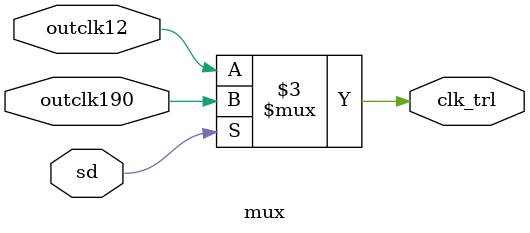
<source format=v>
`timescale 1ns / 1ps


module mux(
input outclk190,outclk12,sd,
output reg clk_trl
    );
    always@(*) begin
    if(sd)
    clk_trl=outclk190;
    else
    clk_trl=outclk12;
    end
endmodule


</source>
